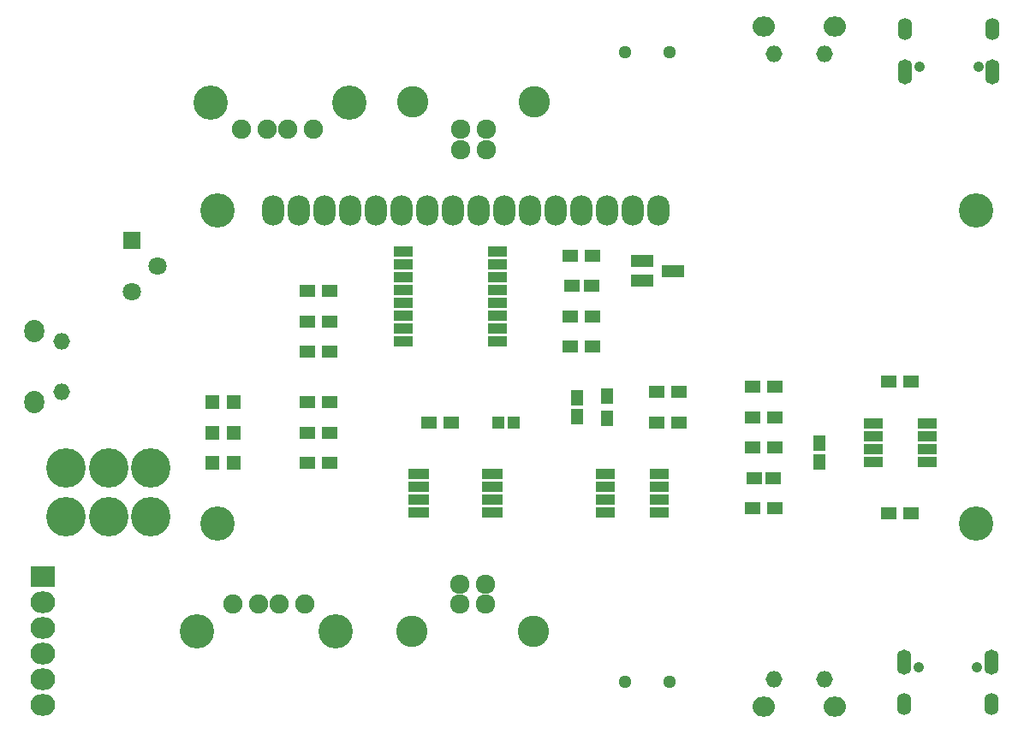
<source format=gbr>
G04 #@! TF.FileFunction,Soldermask,Bot*
%FSLAX46Y46*%
G04 Gerber Fmt 4.6, Leading zero omitted, Abs format (unit mm)*
G04 Created by KiCad (PCBNEW 4.0.4+dfsg1-stable) date Wed Dec 21 21:58:14 2016*
%MOMM*%
%LPD*%
G01*
G04 APERTURE LIST*
%ADD10C,0.100000*%
%ADD11R,1.600000X1.150000*%
%ADD12R,1.150000X1.600000*%
%ADD13R,1.400000X1.400000*%
%ADD14R,1.197560X1.197560*%
%ADD15O,2.200000X3.000000*%
%ADD16C,3.400000*%
%ADD17R,2.100000X1.050000*%
%ADD18C,1.901140*%
%ADD19C,3.399740*%
%ADD20C,1.924000*%
%ADD21C,3.100020*%
%ADD22C,1.299160*%
%ADD23O,1.650000X1.650000*%
%ADD24O,2.200000X1.950000*%
%ADD25R,2.200860X1.200100*%
%ADD26R,1.600000X1.300000*%
%ADD27R,1.300000X1.600000*%
%ADD28R,1.800000X1.800000*%
%ADD29C,1.800000*%
%ADD30C,3.900000*%
%ADD31R,1.900000X1.000000*%
%ADD32R,1.950000X1.000000*%
%ADD33O,1.950000X2.200000*%
%ADD34R,2.432000X2.127200*%
%ADD35O,2.432000X2.127200*%
%ADD36O,1.400000X2.200000*%
%ADD37O,1.400000X2.500000*%
%ADD38C,1.050000*%
G04 APERTURE END LIST*
D10*
D11*
X106450000Y-77500000D03*
X104550000Y-77500000D03*
X124450000Y-96500000D03*
X122550000Y-96500000D03*
D12*
X105000000Y-90450000D03*
X105000000Y-88550000D03*
X129000000Y-94950000D03*
X129000000Y-93050000D03*
D13*
X71055000Y-92000000D03*
X68945000Y-92000000D03*
X71055000Y-95000000D03*
X68945000Y-95000000D03*
D14*
X98749300Y-91000000D03*
X97250700Y-91000000D03*
D15*
X75000000Y-70000000D03*
X77540000Y-70000000D03*
X80080000Y-70000000D03*
X82620000Y-70000000D03*
X85160000Y-70000000D03*
X87700000Y-70000000D03*
X90240000Y-70000000D03*
X92780000Y-70000000D03*
X95320000Y-70000000D03*
X97860000Y-70000000D03*
X100400000Y-70000000D03*
X102940000Y-70000000D03*
X105480000Y-70000000D03*
X108020000Y-70000000D03*
X110560000Y-70000000D03*
X113100000Y-70000000D03*
D16*
X69500900Y-70000000D03*
X69500900Y-101000700D03*
X144499480Y-101000700D03*
X144499480Y-70000000D03*
D17*
X89350000Y-99905000D03*
X89350000Y-98635000D03*
X89350000Y-97365000D03*
X89350000Y-96095000D03*
X96650000Y-96095000D03*
X96650000Y-97365000D03*
X96650000Y-98635000D03*
X96650000Y-99905000D03*
D18*
X71887140Y-62002120D03*
X74427140Y-62002120D03*
X76459140Y-62002120D03*
X78999140Y-62002120D03*
D19*
X68839140Y-59335120D03*
X82555140Y-59335120D03*
D20*
X96040000Y-64000000D03*
X93500000Y-64000000D03*
X93500000Y-62001020D03*
X96040000Y-62001020D03*
D21*
X100769480Y-59301000D03*
X88770520Y-59301000D03*
D22*
X114199640Y-54350900D03*
X109800360Y-54350900D03*
D23*
X129500900Y-54562540D03*
X124500900Y-54562540D03*
D24*
X130500900Y-51862540D03*
X123500900Y-51862540D03*
D22*
X109800360Y-116649100D03*
X114199640Y-116649100D03*
D23*
X124499100Y-116437460D03*
X129499100Y-116437460D03*
D24*
X123499100Y-119137460D03*
X130499100Y-119137460D03*
D18*
X78112860Y-108997880D03*
X75572860Y-108997880D03*
X73540860Y-108997880D03*
X71000860Y-108997880D03*
D19*
X81160860Y-111664880D03*
X67444860Y-111664880D03*
D20*
X93460000Y-107000000D03*
X96000000Y-107000000D03*
X96000000Y-108998980D03*
X93460000Y-108998980D03*
D21*
X88730520Y-111699000D03*
X100729480Y-111699000D03*
D25*
X111498860Y-76950000D03*
X111498860Y-75050000D03*
X114501140Y-76000000D03*
D26*
X80600000Y-84000000D03*
X78400000Y-84000000D03*
X80600000Y-81000000D03*
X78400000Y-81000000D03*
X80600000Y-78000000D03*
X78400000Y-78000000D03*
X106600000Y-74500000D03*
X104400000Y-74500000D03*
X106600000Y-80500000D03*
X104400000Y-80500000D03*
X106600000Y-83500000D03*
X104400000Y-83500000D03*
X80600000Y-89000000D03*
X78400000Y-89000000D03*
X80600000Y-92000000D03*
X78400000Y-92000000D03*
X80600000Y-95000000D03*
X78400000Y-95000000D03*
X122400000Y-87500000D03*
X124600000Y-87500000D03*
X124600000Y-93500000D03*
X122400000Y-93500000D03*
X122400000Y-90500000D03*
X124600000Y-90500000D03*
D27*
X108000000Y-90600000D03*
X108000000Y-88400000D03*
D26*
X112900000Y-91000000D03*
X115100000Y-91000000D03*
X138100000Y-87000000D03*
X135900000Y-87000000D03*
X115100000Y-88000000D03*
X112900000Y-88000000D03*
X124600000Y-99500000D03*
X122400000Y-99500000D03*
X138100000Y-100000000D03*
X135900000Y-100000000D03*
X90400000Y-91000000D03*
X92600000Y-91000000D03*
D28*
X61000000Y-72960000D03*
D29*
X61000000Y-78040000D03*
X63540000Y-75500000D03*
D30*
X54500000Y-95500000D03*
X54500000Y-100300000D03*
X58700000Y-95500000D03*
X58700000Y-100300000D03*
X62900000Y-95500000D03*
X62900000Y-100300000D03*
D31*
X87850000Y-82945000D03*
X87850000Y-81675000D03*
X87850000Y-80405000D03*
X87850000Y-79135000D03*
X87850000Y-77865000D03*
X87850000Y-76595000D03*
X87850000Y-75325000D03*
X87850000Y-74055000D03*
X97150000Y-74055000D03*
X97150000Y-75325000D03*
X97150000Y-76595000D03*
X97150000Y-77865000D03*
X97150000Y-79135000D03*
X97150000Y-80405000D03*
X97150000Y-81675000D03*
X97150000Y-82945000D03*
D32*
X113200000Y-96095000D03*
X113200000Y-97365000D03*
X113200000Y-98635000D03*
X113200000Y-99905000D03*
X107800000Y-99905000D03*
X107800000Y-98635000D03*
X107800000Y-97365000D03*
X107800000Y-96095000D03*
X134300000Y-94905000D03*
X134300000Y-93635000D03*
X134300000Y-92365000D03*
X134300000Y-91095000D03*
X139700000Y-91095000D03*
X139700000Y-92365000D03*
X139700000Y-93635000D03*
X139700000Y-94905000D03*
D23*
X54062540Y-82999100D03*
X54062540Y-87999100D03*
D33*
X51362540Y-81999100D03*
X51362540Y-88999100D03*
D34*
X52250000Y-106250000D03*
D35*
X52250000Y-108790000D03*
X52250000Y-111330000D03*
X52250000Y-113870000D03*
X52250000Y-116410000D03*
X52250000Y-118950000D03*
D13*
X68945000Y-89000000D03*
X71055000Y-89000000D03*
D36*
X146140000Y-52110000D03*
X137500000Y-52110000D03*
D37*
X146140000Y-56290000D03*
X137500000Y-56290000D03*
D38*
X144710000Y-55790000D03*
X138930000Y-55790000D03*
D36*
X137360000Y-118890000D03*
X146000000Y-118890000D03*
D37*
X137360000Y-114710000D03*
X146000000Y-114710000D03*
D38*
X138790000Y-115210000D03*
X144570000Y-115210000D03*
M02*

</source>
